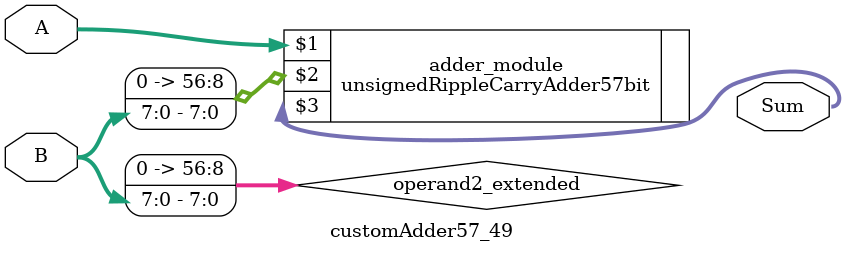
<source format=v>
module customAdder57_49(
                        input [56 : 0] A,
                        input [7 : 0] B,
                        
                        output [57 : 0] Sum
                );

        wire [56 : 0] operand2_extended;
        
        assign operand2_extended =  {49'b0, B};
        
        unsignedRippleCarryAdder57bit adder_module(
            A,
            operand2_extended,
            Sum
        );
        
        endmodule
        
</source>
